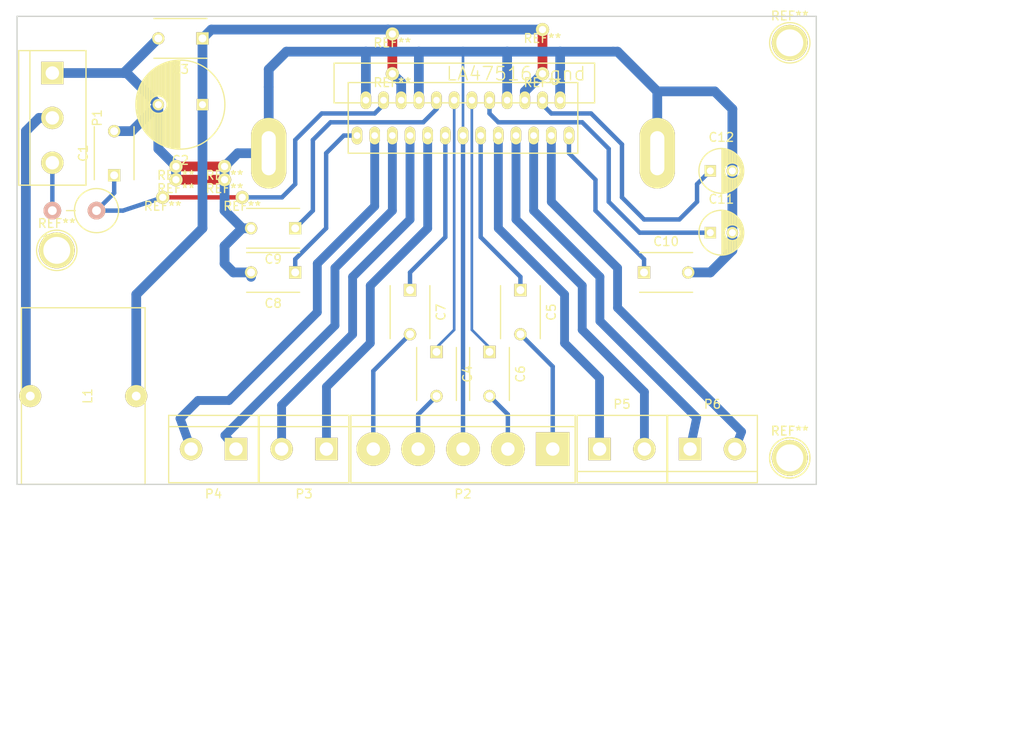
<source format=kicad_pcb>
(kicad_pcb (version 4) (host pcbnew 4.0.2-stable)

  (general
    (links 45)
    (no_connects 0)
    (area 14.795 15.875 134.571429 101.700001)
    (thickness 1.6)
    (drawings 8)
    (tracks 187)
    (zones 0)
    (modules 35)
    (nets 27)
  )

  (page A4)
  (layers
    (0 F.Cu signal)
    (31 B.Cu signal)
    (32 B.Adhes user)
    (33 F.Adhes user)
    (34 B.Paste user)
    (35 F.Paste user)
    (36 B.SilkS user)
    (37 F.SilkS user)
    (38 B.Mask user)
    (39 F.Mask user)
    (40 Dwgs.User user)
    (41 Cmts.User user)
    (42 Eco1.User user)
    (43 Eco2.User user)
    (44 Edge.Cuts user)
    (45 Margin user)
    (46 B.CrtYd user)
    (47 F.CrtYd user)
    (48 B.Fab user)
    (49 F.Fab user)
  )

  (setup
    (last_trace_width 0.5)
    (user_trace_width 0.25)
    (user_trace_width 0.3)
    (user_trace_width 0.5)
    (user_trace_width 1)
    (trace_clearance 0.2)
    (zone_clearance 0.508)
    (zone_45_only no)
    (trace_min 0.2)
    (segment_width 0.2)
    (edge_width 0.15)
    (via_size 0.9)
    (via_drill 0.8)
    (via_min_size 0.4)
    (via_min_drill 0.3)
    (uvia_size 0.3)
    (uvia_drill 0.1)
    (uvias_allowed no)
    (uvia_min_size 0.2)
    (uvia_min_drill 0.1)
    (pcb_text_width 0.3)
    (pcb_text_size 1.5 1.5)
    (mod_edge_width 0.15)
    (mod_text_size 1 1)
    (mod_text_width 0.15)
    (pad_size 1.524 1.524)
    (pad_drill 0.762)
    (pad_to_mask_clearance 0.2)
    (aux_axis_origin 0 0)
    (visible_elements 7FFFFFFF)
    (pcbplotparams
      (layerselection 0x00030_80000001)
      (usegerberextensions false)
      (excludeedgelayer false)
      (linewidth 0.100000)
      (plotframeref false)
      (viasonmask true)
      (mode 1)
      (useauxorigin false)
      (hpglpennumber 1)
      (hpglpenspeed 20)
      (hpglpendiameter 15)
      (hpglpenoverlay 2)
      (psnegative false)
      (psa4output false)
      (plotreference true)
      (plotvalue true)
      (plotinvisibletext false)
      (padsonsilk false)
      (subtractmaskfromsilk false)
      (outputformat 4)
      (mirror false)
      (drillshape 1)
      (scaleselection 1)
      (outputdirectory ""))
  )

  (net 0 "")
  (net 1 "Net-(C1-Pad1)")
  (net 2 GND)
  (net 3 +12V)
  (net 4 "Net-(C4-Pad1)")
  (net 5 /IN2)
  (net 6 "Net-(C5-Pad1)")
  (net 7 /IN3)
  (net 8 "Net-(C6-Pad1)")
  (net 9 /IN4)
  (net 10 "Net-(C7-Pad1)")
  (net 11 /IN1)
  (net 12 "Net-(C8-Pad1)")
  (net 13 "Net-(C9-Pad1)")
  (net 14 "Net-(C10-Pad1)")
  (net 15 "Net-(C11-Pad1)")
  (net 16 "Net-(C12-Pad1)")
  (net 17 /OUT4-)
  (net 18 /OUT4+)
  (net 19 /OUT3-)
  (net 20 /OUT3+)
  (net 21 /OUT1+)
  (net 22 /OUT1-)
  (net 23 /OUT2+)
  (net 24 /OUT2-)
  (net 25 "Net-(L1-Pad1)")
  (net 26 "Net-(P1-Pad3)")

  (net_class Default "Это класс цепей по умолчанию."
    (clearance 0.2)
    (trace_width 0.5)
    (via_dia 0.9)
    (via_drill 0.8)
    (uvia_dia 0.3)
    (uvia_drill 0.1)
    (add_net /IN1)
    (add_net /IN2)
    (add_net /IN3)
    (add_net /IN4)
    (add_net "Net-(C1-Pad1)")
    (add_net "Net-(C10-Pad1)")
    (add_net "Net-(C11-Pad1)")
    (add_net "Net-(C12-Pad1)")
    (add_net "Net-(C4-Pad1)")
    (add_net "Net-(C5-Pad1)")
    (add_net "Net-(C6-Pad1)")
    (add_net "Net-(C7-Pad1)")
    (add_net "Net-(C8-Pad1)")
    (add_net "Net-(C9-Pad1)")
    (add_net "Net-(P1-Pad3)")
  )

  (net_class out ""
    (clearance 0.2)
    (trace_width 1)
    (via_dia 0.9)
    (via_drill 0.8)
    (uvia_dia 0.3)
    (uvia_drill 0.1)
    (add_net /OUT1+)
    (add_net /OUT1-)
    (add_net /OUT2+)
    (add_net /OUT2-)
    (add_net /OUT3+)
    (add_net /OUT3-)
    (add_net /OUT4+)
    (add_net /OUT4-)
  )

  (net_class power ""
    (clearance 0.2)
    (trace_width 1.1)
    (via_dia 0.9)
    (via_drill 0.8)
    (uvia_dia 0.3)
    (uvia_drill 0.1)
    (add_net +12V)
    (add_net GND)
    (add_net "Net-(L1-Pad1)")
  )

  (net_class small ""
    (clearance 0.2)
    (trace_width 0.25)
    (via_dia 0.9)
    (via_drill 0.8)
    (uvia_dia 0.3)
    (uvia_drill 0.1)
  )

  (module HZIP25-P-1:HZIP25_2.0 (layer F.Cu) (tedit 57036AE0) (tstamp 5703A31C)
    (at 55.5 31.5)
    (tags HZIP25)
    (path /57041319)
    (attr virtual)
    (fp_text reference IC1 (at 6 -7) (layer F.Adhes)
      (effects (font (size 1.27 1.27) (thickness 0.0889)))
    )
    (fp_text value LA47516+gnd (at 18 -7) (layer F.SilkS)
      (effects (font (thickness 0.15)))
    )
    (fp_line (start -1 -6) (end -1 2) (layer F.SilkS) (width 0.15))
    (fp_line (start -1 2) (end 25 2) (layer F.SilkS) (width 0.15))
    (fp_line (start 25 2) (end 25 -6) (layer F.SilkS) (width 0.15))
    (fp_line (start 25 -6) (end -1 -6) (layer F.SilkS) (width 0.15))
    (fp_line (start -2.6 -8.2) (end 26.9 -8.2) (layer F.SilkS) (width 0.15))
    (fp_line (start 26.9 -8.2) (end 26.9 -3.7) (layer F.SilkS) (width 0.15))
    (fp_line (start 26.9 -3.7) (end -2.6 -3.7) (layer F.SilkS) (width 0.15))
    (fp_line (start -2.6 -3.7) (end -2.6 -8.2) (layer F.SilkS) (width 0.15))
    (pad GND2 thru_hole oval (at 34 2) (size 4 8) (drill oval 1.6 5) (layers *.Cu F.Paste F.SilkS F.Mask)
      (net 2 GND))
    (pad 24 thru_hole oval (at 23 -4) (size 1.2 2) (drill 0.762) (layers *.Cu F.Paste F.SilkS F.Mask)
      (net 2 GND))
    (pad 22 thru_hole oval (at 21 -4) (size 1.2 2) (drill 0.762) (layers *.Cu F.Paste F.SilkS F.Mask)
      (net 16 "Net-(C12-Pad1)"))
    (pad 20 thru_hole oval (at 19 -4) (size 1.2 2) (drill 0.762) (layers *.Cu F.Paste F.SilkS F.Mask)
      (net 3 +12V))
    (pad 18 thru_hole oval (at 17 -4) (size 1.2 2) (drill 0.762) (layers *.Cu F.Paste F.SilkS F.Mask)
      (net 2 GND))
    (pad 16 thru_hole oval (at 15 -4) (size 1.2 2) (drill 0.762) (layers *.Cu F.Paste F.SilkS F.Mask)
      (net 15 "Net-(C11-Pad1)"))
    (pad 14 thru_hole oval (at 13 -4) (size 1.2 2) (drill 0.762) (layers *.Cu F.Paste F.SilkS F.Mask)
      (net 8 "Net-(C6-Pad1)"))
    (pad 12 thru_hole oval (at 11 -4) (size 1.2 2) (drill 0.762) (layers *.Cu F.Paste F.SilkS F.Mask)
      (net 4 "Net-(C4-Pad1)"))
    (pad 10 thru_hole oval (at 9 -4) (size 1.2 2) (drill 0.762) (layers *.Cu F.Paste F.SilkS F.Mask)
      (net 13 "Net-(C9-Pad1)"))
    (pad 8 thru_hole oval (at 7 -4) (size 1.2 2) (drill 0.762) (layers *.Cu F.Paste F.SilkS F.Mask)
      (net 2 GND))
    (pad 6 thru_hole oval (at 5 -4) (size 1.2 2) (drill 0.762) (layers *.Cu F.Paste F.SilkS F.Mask)
      (net 3 +12V))
    (pad 25 thru_hole oval (at 24 0) (size 1.2 2) (drill 0.762) (layers *.Cu F.Paste F.SilkS F.Mask)
      (net 14 "Net-(C10-Pad1)"))
    (pad 23 thru_hole oval (at 22 0) (size 1.2 2) (drill 0.762) (layers *.Cu F.Paste F.SilkS F.Mask)
      (net 17 /OUT4-))
    (pad 21 thru_hole oval (at 20 0) (size 1.2 2) (drill 0.762) (layers *.Cu F.Paste F.SilkS F.Mask)
      (net 18 /OUT4+))
    (pad 19 thru_hole oval (at 18 0) (size 1.2 2) (drill 0.762) (layers *.Cu F.Paste F.SilkS F.Mask)
      (net 19 /OUT3-))
    (pad 17 thru_hole oval (at 16 0) (size 1.2 2) (drill 0.762) (layers *.Cu F.Paste F.SilkS F.Mask)
      (net 20 /OUT3+))
    (pad 15 thru_hole oval (at 14 0) (size 1.2 2) (drill 0.762) (layers *.Cu F.Paste F.SilkS F.Mask)
      (net 6 "Net-(C5-Pad1)"))
    (pad 13 thru_hole oval (at 12 0) (size 1.2 2) (drill 0.762) (layers *.Cu F.Paste F.SilkS F.Mask)
      (net 2 GND))
    (pad 11 thru_hole oval (at 10 0) (size 1.2 2) (drill 0.762) (layers *.Cu F.Paste F.SilkS F.Mask)
      (net 10 "Net-(C7-Pad1)"))
    (pad 9 thru_hole oval (at 8 0) (size 1.2 2) (drill 0.762) (layers *.Cu F.Paste F.SilkS F.Mask)
      (net 21 /OUT1+))
    (pad 7 thru_hole oval (at 6 0) (size 1.2 2) (drill 0.762) (layers *.Cu F.Paste F.SilkS F.Mask)
      (net 22 /OUT1-))
    (pad 4 thru_hole oval (at 3 -4) (size 1.2 2) (drill 0.762) (layers *.Cu F.Paste F.SilkS F.Mask)
      (net 1 "Net-(C1-Pad1)"))
    (pad 5 thru_hole oval (at 4 0) (size 1.2 2) (drill 0.762) (layers *.Cu F.Paste F.SilkS F.Mask)
      (net 23 /OUT2+))
    (pad 2 thru_hole oval (at 1 -4) (size 1.2 2) (drill 0.762) (layers *.Cu F.Paste F.SilkS F.Mask)
      (net 2 GND))
    (pad 3 thru_hole oval (at 2 0) (size 1.2 2) (drill 0.762) (layers *.Cu F.Paste F.SilkS F.Mask)
      (net 24 /OUT2-))
    (pad 1 thru_hole oval (at 0 0) (size 1.2 2) (drill 0.762) (layers *.Cu F.Paste F.SilkS F.Mask)
      (net 12 "Net-(C8-Pad1)"))
    (pad GND1 thru_hole oval (at -10 2) (size 4 8) (drill oval 1.6 5) (layers *.Cu *.Mask F.SilkS)
      (net 2 GND))
  )

  (module Capacitors_ThroughHole:C_Disc_D6_P5 (layer F.Cu) (tedit 0) (tstamp 5703A2B3)
    (at 28 36 90)
    (descr "Capacitor 6mm Disc, Pitch 5mm")
    (tags Capacitor)
    (path /5702AFD0)
    (fp_text reference C1 (at 2.5 -3.5 90) (layer F.SilkS)
      (effects (font (size 1 1) (thickness 0.15)))
    )
    (fp_text value 1uF (at 2.5 3.5 90) (layer F.Fab)
      (effects (font (size 1 1) (thickness 0.15)))
    )
    (fp_line (start -0.95 -2.5) (end 5.95 -2.5) (layer F.CrtYd) (width 0.05))
    (fp_line (start 5.95 -2.5) (end 5.95 2.5) (layer F.CrtYd) (width 0.05))
    (fp_line (start 5.95 2.5) (end -0.95 2.5) (layer F.CrtYd) (width 0.05))
    (fp_line (start -0.95 2.5) (end -0.95 -2.5) (layer F.CrtYd) (width 0.05))
    (fp_line (start -0.5 -2.25) (end 5.5 -2.25) (layer F.SilkS) (width 0.15))
    (fp_line (start 5.5 2.25) (end -0.5 2.25) (layer F.SilkS) (width 0.15))
    (pad 1 thru_hole rect (at 0 0 90) (size 1.4 1.4) (drill 0.9) (layers *.Cu *.Mask F.SilkS)
      (net 1 "Net-(C1-Pad1)"))
    (pad 2 thru_hole circle (at 5 0 90) (size 1.4 1.4) (drill 0.9) (layers *.Cu *.Mask F.SilkS)
      (net 2 GND))
    (model Capacitors_ThroughHole.3dshapes/C_Disc_D6_P5.wrl
      (at (xyz 0.0984252 0 0))
      (scale (xyz 1 1 1))
      (rotate (xyz 0 0 0))
    )
  )

  (module Capacitors_ThroughHole:C_Radial_D10_L25_P5 (layer F.Cu) (tedit 0) (tstamp 5703A2B9)
    (at 38 28 180)
    (descr "Radial Electrolytic Capacitor Diameter 10mm x Length 25mm, Pitch 5mm")
    (tags "Electrolytic Capacitor")
    (path /56FE677A)
    (fp_text reference C2 (at 2.5 -6.3 180) (layer F.SilkS)
      (effects (font (size 1 1) (thickness 0.15)))
    )
    (fp_text value 2200uF (at 2.5 6.3 180) (layer F.Fab)
      (effects (font (size 1 1) (thickness 0.15)))
    )
    (fp_line (start 2.575 -4.999) (end 2.575 4.999) (layer F.SilkS) (width 0.15))
    (fp_line (start 2.715 -4.995) (end 2.715 4.995) (layer F.SilkS) (width 0.15))
    (fp_line (start 2.855 -4.987) (end 2.855 4.987) (layer F.SilkS) (width 0.15))
    (fp_line (start 2.995 -4.975) (end 2.995 4.975) (layer F.SilkS) (width 0.15))
    (fp_line (start 3.135 -4.96) (end 3.135 4.96) (layer F.SilkS) (width 0.15))
    (fp_line (start 3.275 -4.94) (end 3.275 4.94) (layer F.SilkS) (width 0.15))
    (fp_line (start 3.415 -4.916) (end 3.415 4.916) (layer F.SilkS) (width 0.15))
    (fp_line (start 3.555 -4.887) (end 3.555 4.887) (layer F.SilkS) (width 0.15))
    (fp_line (start 3.695 -4.855) (end 3.695 4.855) (layer F.SilkS) (width 0.15))
    (fp_line (start 3.835 -4.818) (end 3.835 4.818) (layer F.SilkS) (width 0.15))
    (fp_line (start 3.975 -4.777) (end 3.975 4.777) (layer F.SilkS) (width 0.15))
    (fp_line (start 4.115 -4.732) (end 4.115 -0.466) (layer F.SilkS) (width 0.15))
    (fp_line (start 4.115 0.466) (end 4.115 4.732) (layer F.SilkS) (width 0.15))
    (fp_line (start 4.255 -4.682) (end 4.255 -0.667) (layer F.SilkS) (width 0.15))
    (fp_line (start 4.255 0.667) (end 4.255 4.682) (layer F.SilkS) (width 0.15))
    (fp_line (start 4.395 -4.627) (end 4.395 -0.796) (layer F.SilkS) (width 0.15))
    (fp_line (start 4.395 0.796) (end 4.395 4.627) (layer F.SilkS) (width 0.15))
    (fp_line (start 4.535 -4.567) (end 4.535 -0.885) (layer F.SilkS) (width 0.15))
    (fp_line (start 4.535 0.885) (end 4.535 4.567) (layer F.SilkS) (width 0.15))
    (fp_line (start 4.675 -4.502) (end 4.675 -0.946) (layer F.SilkS) (width 0.15))
    (fp_line (start 4.675 0.946) (end 4.675 4.502) (layer F.SilkS) (width 0.15))
    (fp_line (start 4.815 -4.432) (end 4.815 -0.983) (layer F.SilkS) (width 0.15))
    (fp_line (start 4.815 0.983) (end 4.815 4.432) (layer F.SilkS) (width 0.15))
    (fp_line (start 4.955 -4.356) (end 4.955 -0.999) (layer F.SilkS) (width 0.15))
    (fp_line (start 4.955 0.999) (end 4.955 4.356) (layer F.SilkS) (width 0.15))
    (fp_line (start 5.095 -4.274) (end 5.095 -0.995) (layer F.SilkS) (width 0.15))
    (fp_line (start 5.095 0.995) (end 5.095 4.274) (layer F.SilkS) (width 0.15))
    (fp_line (start 5.235 -4.186) (end 5.235 -0.972) (layer F.SilkS) (width 0.15))
    (fp_line (start 5.235 0.972) (end 5.235 4.186) (layer F.SilkS) (width 0.15))
    (fp_line (start 5.375 -4.091) (end 5.375 -0.927) (layer F.SilkS) (width 0.15))
    (fp_line (start 5.375 0.927) (end 5.375 4.091) (layer F.SilkS) (width 0.15))
    (fp_line (start 5.515 -3.989) (end 5.515 -0.857) (layer F.SilkS) (width 0.15))
    (fp_line (start 5.515 0.857) (end 5.515 3.989) (layer F.SilkS) (width 0.15))
    (fp_line (start 5.655 -3.879) (end 5.655 -0.756) (layer F.SilkS) (width 0.15))
    (fp_line (start 5.655 0.756) (end 5.655 3.879) (layer F.SilkS) (width 0.15))
    (fp_line (start 5.795 -3.761) (end 5.795 -0.607) (layer F.SilkS) (width 0.15))
    (fp_line (start 5.795 0.607) (end 5.795 3.761) (layer F.SilkS) (width 0.15))
    (fp_line (start 5.935 -3.633) (end 5.935 -0.355) (layer F.SilkS) (width 0.15))
    (fp_line (start 5.935 0.355) (end 5.935 3.633) (layer F.SilkS) (width 0.15))
    (fp_line (start 6.075 -3.496) (end 6.075 3.496) (layer F.SilkS) (width 0.15))
    (fp_line (start 6.215 -3.346) (end 6.215 3.346) (layer F.SilkS) (width 0.15))
    (fp_line (start 6.355 -3.184) (end 6.355 3.184) (layer F.SilkS) (width 0.15))
    (fp_line (start 6.495 -3.007) (end 6.495 3.007) (layer F.SilkS) (width 0.15))
    (fp_line (start 6.635 -2.811) (end 6.635 2.811) (layer F.SilkS) (width 0.15))
    (fp_line (start 6.775 -2.593) (end 6.775 2.593) (layer F.SilkS) (width 0.15))
    (fp_line (start 6.915 -2.347) (end 6.915 2.347) (layer F.SilkS) (width 0.15))
    (fp_line (start 7.055 -2.062) (end 7.055 2.062) (layer F.SilkS) (width 0.15))
    (fp_line (start 7.195 -1.72) (end 7.195 1.72) (layer F.SilkS) (width 0.15))
    (fp_line (start 7.335 -1.274) (end 7.335 1.274) (layer F.SilkS) (width 0.15))
    (fp_line (start 7.475 -0.499) (end 7.475 0.499) (layer F.SilkS) (width 0.15))
    (fp_circle (center 5 0) (end 5 -1) (layer F.SilkS) (width 0.15))
    (fp_circle (center 2.5 0) (end 2.5 -5.0375) (layer F.SilkS) (width 0.15))
    (fp_circle (center 2.5 0) (end 2.5 -5.3) (layer F.CrtYd) (width 0.05))
    (pad 1 thru_hole rect (at 0 0 180) (size 1.3 1.3) (drill 0.8) (layers *.Cu *.Mask F.SilkS)
      (net 3 +12V))
    (pad 2 thru_hole circle (at 5 0 180) (size 1.3 1.3) (drill 0.8) (layers *.Cu *.Mask F.SilkS)
      (net 2 GND))
    (model Capacitors_ThroughHole.3dshapes/C_Radial_D10_L25_P5.wrl
      (at (xyz 0.0984252 0 0))
      (scale (xyz 1 1 1))
      (rotate (xyz 0 0 90))
    )
  )

  (module Capacitors_ThroughHole:C_Disc_D6_P5 (layer F.Cu) (tedit 0) (tstamp 5703A2BF)
    (at 38 20.5 180)
    (descr "Capacitor 6mm Disc, Pitch 5mm")
    (tags Capacitor)
    (path /56FE70AD)
    (fp_text reference C3 (at 2.5 -3.5 180) (layer F.SilkS)
      (effects (font (size 1 1) (thickness 0.15)))
    )
    (fp_text value 0.022uF (at 2.5 3.5 180) (layer F.Fab)
      (effects (font (size 1 1) (thickness 0.15)))
    )
    (fp_line (start -0.95 -2.5) (end 5.95 -2.5) (layer F.CrtYd) (width 0.05))
    (fp_line (start 5.95 -2.5) (end 5.95 2.5) (layer F.CrtYd) (width 0.05))
    (fp_line (start 5.95 2.5) (end -0.95 2.5) (layer F.CrtYd) (width 0.05))
    (fp_line (start -0.95 2.5) (end -0.95 -2.5) (layer F.CrtYd) (width 0.05))
    (fp_line (start -0.5 -2.25) (end 5.5 -2.25) (layer F.SilkS) (width 0.15))
    (fp_line (start 5.5 2.25) (end -0.5 2.25) (layer F.SilkS) (width 0.15))
    (pad 1 thru_hole rect (at 0 0 180) (size 1.4 1.4) (drill 0.9) (layers *.Cu *.Mask F.SilkS)
      (net 3 +12V))
    (pad 2 thru_hole circle (at 5 0 180) (size 1.4 1.4) (drill 0.9) (layers *.Cu *.Mask F.SilkS)
      (net 2 GND))
    (model Capacitors_ThroughHole.3dshapes/C_Disc_D6_P5.wrl
      (at (xyz 0.0984252 0 0))
      (scale (xyz 1 1 1))
      (rotate (xyz 0 0 0))
    )
  )

  (module Capacitors_ThroughHole:C_Disc_D6_P5 (layer F.Cu) (tedit 0) (tstamp 5703A2C5)
    (at 64.5 56 270)
    (descr "Capacitor 6mm Disc, Pitch 5mm")
    (tags Capacitor)
    (path /56FE7E4C)
    (fp_text reference C4 (at 2.5 -3.5 270) (layer F.SilkS)
      (effects (font (size 1 1) (thickness 0.15)))
    )
    (fp_text value 0.22uF (at 2.5 3.5 270) (layer F.Fab)
      (effects (font (size 1 1) (thickness 0.15)))
    )
    (fp_line (start -0.95 -2.5) (end 5.95 -2.5) (layer F.CrtYd) (width 0.05))
    (fp_line (start 5.95 -2.5) (end 5.95 2.5) (layer F.CrtYd) (width 0.05))
    (fp_line (start 5.95 2.5) (end -0.95 2.5) (layer F.CrtYd) (width 0.05))
    (fp_line (start -0.95 2.5) (end -0.95 -2.5) (layer F.CrtYd) (width 0.05))
    (fp_line (start -0.5 -2.25) (end 5.5 -2.25) (layer F.SilkS) (width 0.15))
    (fp_line (start 5.5 2.25) (end -0.5 2.25) (layer F.SilkS) (width 0.15))
    (pad 1 thru_hole rect (at 0 0 270) (size 1.4 1.4) (drill 0.9) (layers *.Cu *.Mask F.SilkS)
      (net 4 "Net-(C4-Pad1)"))
    (pad 2 thru_hole circle (at 5 0 270) (size 1.4 1.4) (drill 0.9) (layers *.Cu *.Mask F.SilkS)
      (net 5 /IN2))
    (model Capacitors_ThroughHole.3dshapes/C_Disc_D6_P5.wrl
      (at (xyz 0.0984252 0 0))
      (scale (xyz 1 1 1))
      (rotate (xyz 0 0 0))
    )
  )

  (module Capacitors_ThroughHole:C_Disc_D6_P5 (layer F.Cu) (tedit 0) (tstamp 5703A2CB)
    (at 74 49 270)
    (descr "Capacitor 6mm Disc, Pitch 5mm")
    (tags Capacitor)
    (path /56FE820B)
    (fp_text reference C5 (at 2.5 -3.5 270) (layer F.SilkS)
      (effects (font (size 1 1) (thickness 0.15)))
    )
    (fp_text value 0.22uF (at 2.5 3.5 270) (layer F.Fab)
      (effects (font (size 1 1) (thickness 0.15)))
    )
    (fp_line (start -0.95 -2.5) (end 5.95 -2.5) (layer F.CrtYd) (width 0.05))
    (fp_line (start 5.95 -2.5) (end 5.95 2.5) (layer F.CrtYd) (width 0.05))
    (fp_line (start 5.95 2.5) (end -0.95 2.5) (layer F.CrtYd) (width 0.05))
    (fp_line (start -0.95 2.5) (end -0.95 -2.5) (layer F.CrtYd) (width 0.05))
    (fp_line (start -0.5 -2.25) (end 5.5 -2.25) (layer F.SilkS) (width 0.15))
    (fp_line (start 5.5 2.25) (end -0.5 2.25) (layer F.SilkS) (width 0.15))
    (pad 1 thru_hole rect (at 0 0 270) (size 1.4 1.4) (drill 0.9) (layers *.Cu *.Mask F.SilkS)
      (net 6 "Net-(C5-Pad1)"))
    (pad 2 thru_hole circle (at 5 0 270) (size 1.4 1.4) (drill 0.9) (layers *.Cu *.Mask F.SilkS)
      (net 7 /IN3))
    (model Capacitors_ThroughHole.3dshapes/C_Disc_D6_P5.wrl
      (at (xyz 0.0984252 0 0))
      (scale (xyz 1 1 1))
      (rotate (xyz 0 0 0))
    )
  )

  (module Capacitors_ThroughHole:C_Disc_D6_P5 (layer F.Cu) (tedit 0) (tstamp 5703A2D1)
    (at 70.5 56 270)
    (descr "Capacitor 6mm Disc, Pitch 5mm")
    (tags Capacitor)
    (path /56FE874C)
    (fp_text reference C6 (at 2.5 -3.5 270) (layer F.SilkS)
      (effects (font (size 1 1) (thickness 0.15)))
    )
    (fp_text value 0.22uF (at 2.5 3.5 270) (layer F.Fab)
      (effects (font (size 1 1) (thickness 0.15)))
    )
    (fp_line (start -0.95 -2.5) (end 5.95 -2.5) (layer F.CrtYd) (width 0.05))
    (fp_line (start 5.95 -2.5) (end 5.95 2.5) (layer F.CrtYd) (width 0.05))
    (fp_line (start 5.95 2.5) (end -0.95 2.5) (layer F.CrtYd) (width 0.05))
    (fp_line (start -0.95 2.5) (end -0.95 -2.5) (layer F.CrtYd) (width 0.05))
    (fp_line (start -0.5 -2.25) (end 5.5 -2.25) (layer F.SilkS) (width 0.15))
    (fp_line (start 5.5 2.25) (end -0.5 2.25) (layer F.SilkS) (width 0.15))
    (pad 1 thru_hole rect (at 0 0 270) (size 1.4 1.4) (drill 0.9) (layers *.Cu *.Mask F.SilkS)
      (net 8 "Net-(C6-Pad1)"))
    (pad 2 thru_hole circle (at 5 0 270) (size 1.4 1.4) (drill 0.9) (layers *.Cu *.Mask F.SilkS)
      (net 9 /IN4))
    (model Capacitors_ThroughHole.3dshapes/C_Disc_D6_P5.wrl
      (at (xyz 0.0984252 0 0))
      (scale (xyz 1 1 1))
      (rotate (xyz 0 0 0))
    )
  )

  (module Capacitors_ThroughHole:C_Disc_D6_P5 (layer F.Cu) (tedit 0) (tstamp 5703A2D7)
    (at 61.5 49 270)
    (descr "Capacitor 6mm Disc, Pitch 5mm")
    (tags Capacitor)
    (path /56FE7C28)
    (fp_text reference C7 (at 2.5 -3.5 270) (layer F.SilkS)
      (effects (font (size 1 1) (thickness 0.15)))
    )
    (fp_text value 0.22uF (at 2.5 3.5 270) (layer F.Fab)
      (effects (font (size 1 1) (thickness 0.15)))
    )
    (fp_line (start -0.95 -2.5) (end 5.95 -2.5) (layer F.CrtYd) (width 0.05))
    (fp_line (start 5.95 -2.5) (end 5.95 2.5) (layer F.CrtYd) (width 0.05))
    (fp_line (start 5.95 2.5) (end -0.95 2.5) (layer F.CrtYd) (width 0.05))
    (fp_line (start -0.95 2.5) (end -0.95 -2.5) (layer F.CrtYd) (width 0.05))
    (fp_line (start -0.5 -2.25) (end 5.5 -2.25) (layer F.SilkS) (width 0.15))
    (fp_line (start 5.5 2.25) (end -0.5 2.25) (layer F.SilkS) (width 0.15))
    (pad 1 thru_hole rect (at 0 0 270) (size 1.4 1.4) (drill 0.9) (layers *.Cu *.Mask F.SilkS)
      (net 10 "Net-(C7-Pad1)"))
    (pad 2 thru_hole circle (at 5 0 270) (size 1.4 1.4) (drill 0.9) (layers *.Cu *.Mask F.SilkS)
      (net 11 /IN1))
    (model Capacitors_ThroughHole.3dshapes/C_Disc_D6_P5.wrl
      (at (xyz 0.0984252 0 0))
      (scale (xyz 1 1 1))
      (rotate (xyz 0 0 0))
    )
  )

  (module Capacitors_ThroughHole:C_Disc_D6_P5 (layer F.Cu) (tedit 0) (tstamp 5703A2DD)
    (at 48.5 47 180)
    (descr "Capacitor 6mm Disc, Pitch 5mm")
    (tags Capacitor)
    (path /56FE7C4B)
    (fp_text reference C8 (at 2.5 -3.5 180) (layer F.SilkS)
      (effects (font (size 1 1) (thickness 0.15)))
    )
    (fp_text value 0.47uF (at 2.5 3.5 180) (layer F.Fab)
      (effects (font (size 1 1) (thickness 0.15)))
    )
    (fp_line (start -0.95 -2.5) (end 5.95 -2.5) (layer F.CrtYd) (width 0.05))
    (fp_line (start 5.95 -2.5) (end 5.95 2.5) (layer F.CrtYd) (width 0.05))
    (fp_line (start 5.95 2.5) (end -0.95 2.5) (layer F.CrtYd) (width 0.05))
    (fp_line (start -0.95 2.5) (end -0.95 -2.5) (layer F.CrtYd) (width 0.05))
    (fp_line (start -0.5 -2.25) (end 5.5 -2.25) (layer F.SilkS) (width 0.15))
    (fp_line (start 5.5 2.25) (end -0.5 2.25) (layer F.SilkS) (width 0.15))
    (pad 1 thru_hole rect (at 0 0 180) (size 1.4 1.4) (drill 0.9) (layers *.Cu *.Mask F.SilkS)
      (net 12 "Net-(C8-Pad1)"))
    (pad 2 thru_hole circle (at 5 0 180) (size 1.4 1.4) (drill 0.9) (layers *.Cu *.Mask F.SilkS)
      (net 2 GND))
    (model Capacitors_ThroughHole.3dshapes/C_Disc_D6_P5.wrl
      (at (xyz 0.0984252 0 0))
      (scale (xyz 1 1 1))
      (rotate (xyz 0 0 0))
    )
  )

  (module Capacitors_ThroughHole:C_Disc_D6_P5 (layer F.Cu) (tedit 0) (tstamp 5703A2E3)
    (at 48.5 42 180)
    (descr "Capacitor 6mm Disc, Pitch 5mm")
    (tags Capacitor)
    (path /56FE7F8C)
    (fp_text reference C9 (at 2.5 -3.5 180) (layer F.SilkS)
      (effects (font (size 1 1) (thickness 0.15)))
    )
    (fp_text value 0.47uF (at 2.5 3.5 180) (layer F.Fab)
      (effects (font (size 1 1) (thickness 0.15)))
    )
    (fp_line (start -0.95 -2.5) (end 5.95 -2.5) (layer F.CrtYd) (width 0.05))
    (fp_line (start 5.95 -2.5) (end 5.95 2.5) (layer F.CrtYd) (width 0.05))
    (fp_line (start 5.95 2.5) (end -0.95 2.5) (layer F.CrtYd) (width 0.05))
    (fp_line (start -0.95 2.5) (end -0.95 -2.5) (layer F.CrtYd) (width 0.05))
    (fp_line (start -0.5 -2.25) (end 5.5 -2.25) (layer F.SilkS) (width 0.15))
    (fp_line (start 5.5 2.25) (end -0.5 2.25) (layer F.SilkS) (width 0.15))
    (pad 1 thru_hole rect (at 0 0 180) (size 1.4 1.4) (drill 0.9) (layers *.Cu *.Mask F.SilkS)
      (net 13 "Net-(C9-Pad1)"))
    (pad 2 thru_hole circle (at 5 0 180) (size 1.4 1.4) (drill 0.9) (layers *.Cu *.Mask F.SilkS)
      (net 2 GND))
    (model Capacitors_ThroughHole.3dshapes/C_Disc_D6_P5.wrl
      (at (xyz 0.0984252 0 0))
      (scale (xyz 1 1 1))
      (rotate (xyz 0 0 0))
    )
  )

  (module Capacitors_ThroughHole:C_Disc_D6_P5 (layer F.Cu) (tedit 0) (tstamp 5703A2E9)
    (at 88 47)
    (descr "Capacitor 6mm Disc, Pitch 5mm")
    (tags Capacitor)
    (path /56FE8454)
    (fp_text reference C10 (at 2.5 -3.5) (layer F.SilkS)
      (effects (font (size 1 1) (thickness 0.15)))
    )
    (fp_text value 0.47uF (at 2.5 3.5) (layer F.Fab)
      (effects (font (size 1 1) (thickness 0.15)))
    )
    (fp_line (start -0.95 -2.5) (end 5.95 -2.5) (layer F.CrtYd) (width 0.05))
    (fp_line (start 5.95 -2.5) (end 5.95 2.5) (layer F.CrtYd) (width 0.05))
    (fp_line (start 5.95 2.5) (end -0.95 2.5) (layer F.CrtYd) (width 0.05))
    (fp_line (start -0.95 2.5) (end -0.95 -2.5) (layer F.CrtYd) (width 0.05))
    (fp_line (start -0.5 -2.25) (end 5.5 -2.25) (layer F.SilkS) (width 0.15))
    (fp_line (start 5.5 2.25) (end -0.5 2.25) (layer F.SilkS) (width 0.15))
    (pad 1 thru_hole rect (at 0 0) (size 1.4 1.4) (drill 0.9) (layers *.Cu *.Mask F.SilkS)
      (net 14 "Net-(C10-Pad1)"))
    (pad 2 thru_hole circle (at 5 0) (size 1.4 1.4) (drill 0.9) (layers *.Cu *.Mask F.SilkS)
      (net 2 GND))
    (model Capacitors_ThroughHole.3dshapes/C_Disc_D6_P5.wrl
      (at (xyz 0.0984252 0 0))
      (scale (xyz 1 1 1))
      (rotate (xyz 0 0 0))
    )
  )

  (module Capacitors_ThroughHole:C_Radial_D5_L6_P2.5 (layer F.Cu) (tedit 0) (tstamp 5703A2EF)
    (at 95.5 42.5)
    (descr "Radial Electrolytic Capacitor Diameter 5mm x Length 6mm, Pitch 2.5mm")
    (tags "Electrolytic Capacitor")
    (path /56FE885D)
    (fp_text reference C11 (at 1.25 -3.8) (layer F.SilkS)
      (effects (font (size 1 1) (thickness 0.15)))
    )
    (fp_text value 22uF (at 1.25 3.8) (layer F.Fab)
      (effects (font (size 1 1) (thickness 0.15)))
    )
    (fp_line (start 1.325 -2.499) (end 1.325 2.499) (layer F.SilkS) (width 0.15))
    (fp_line (start 1.465 -2.491) (end 1.465 2.491) (layer F.SilkS) (width 0.15))
    (fp_line (start 1.605 -2.475) (end 1.605 -0.095) (layer F.SilkS) (width 0.15))
    (fp_line (start 1.605 0.095) (end 1.605 2.475) (layer F.SilkS) (width 0.15))
    (fp_line (start 1.745 -2.451) (end 1.745 -0.49) (layer F.SilkS) (width 0.15))
    (fp_line (start 1.745 0.49) (end 1.745 2.451) (layer F.SilkS) (width 0.15))
    (fp_line (start 1.885 -2.418) (end 1.885 -0.657) (layer F.SilkS) (width 0.15))
    (fp_line (start 1.885 0.657) (end 1.885 2.418) (layer F.SilkS) (width 0.15))
    (fp_line (start 2.025 -2.377) (end 2.025 -0.764) (layer F.SilkS) (width 0.15))
    (fp_line (start 2.025 0.764) (end 2.025 2.377) (layer F.SilkS) (width 0.15))
    (fp_line (start 2.165 -2.327) (end 2.165 -0.835) (layer F.SilkS) (width 0.15))
    (fp_line (start 2.165 0.835) (end 2.165 2.327) (layer F.SilkS) (width 0.15))
    (fp_line (start 2.305 -2.266) (end 2.305 -0.879) (layer F.SilkS) (width 0.15))
    (fp_line (start 2.305 0.879) (end 2.305 2.266) (layer F.SilkS) (width 0.15))
    (fp_line (start 2.445 -2.196) (end 2.445 -0.898) (layer F.SilkS) (width 0.15))
    (fp_line (start 2.445 0.898) (end 2.445 2.196) (layer F.SilkS) (width 0.15))
    (fp_line (start 2.585 -2.114) (end 2.585 -0.896) (layer F.SilkS) (width 0.15))
    (fp_line (start 2.585 0.896) (end 2.585 2.114) (layer F.SilkS) (width 0.15))
    (fp_line (start 2.725 -2.019) (end 2.725 -0.871) (layer F.SilkS) (width 0.15))
    (fp_line (start 2.725 0.871) (end 2.725 2.019) (layer F.SilkS) (width 0.15))
    (fp_line (start 2.865 -1.908) (end 2.865 -0.823) (layer F.SilkS) (width 0.15))
    (fp_line (start 2.865 0.823) (end 2.865 1.908) (layer F.SilkS) (width 0.15))
    (fp_line (start 3.005 -1.78) (end 3.005 -0.745) (layer F.SilkS) (width 0.15))
    (fp_line (start 3.005 0.745) (end 3.005 1.78) (layer F.SilkS) (width 0.15))
    (fp_line (start 3.145 -1.631) (end 3.145 -0.628) (layer F.SilkS) (width 0.15))
    (fp_line (start 3.145 0.628) (end 3.145 1.631) (layer F.SilkS) (width 0.15))
    (fp_line (start 3.285 -1.452) (end 3.285 -0.44) (layer F.SilkS) (width 0.15))
    (fp_line (start 3.285 0.44) (end 3.285 1.452) (layer F.SilkS) (width 0.15))
    (fp_line (start 3.425 -1.233) (end 3.425 1.233) (layer F.SilkS) (width 0.15))
    (fp_line (start 3.565 -0.944) (end 3.565 0.944) (layer F.SilkS) (width 0.15))
    (fp_line (start 3.705 -0.472) (end 3.705 0.472) (layer F.SilkS) (width 0.15))
    (fp_circle (center 2.5 0) (end 2.5 -0.9) (layer F.SilkS) (width 0.15))
    (fp_circle (center 1.25 0) (end 1.25 -2.5375) (layer F.SilkS) (width 0.15))
    (fp_circle (center 1.25 0) (end 1.25 -2.8) (layer F.CrtYd) (width 0.05))
    (pad 1 thru_hole rect (at 0 0) (size 1.3 1.3) (drill 0.8) (layers *.Cu *.Mask F.SilkS)
      (net 15 "Net-(C11-Pad1)"))
    (pad 2 thru_hole circle (at 2.5 0) (size 1.3 1.3) (drill 0.8) (layers *.Cu *.Mask F.SilkS)
      (net 2 GND))
    (model Capacitors_ThroughHole.3dshapes/C_Radial_D5_L6_P2.5.wrl
      (at (xyz 0.0492126 0 0))
      (scale (xyz 1 1 1))
      (rotate (xyz 0 0 90))
    )
  )

  (module Capacitors_ThroughHole:C_Radial_D5_L6_P2.5 (layer F.Cu) (tedit 0) (tstamp 5703A2F5)
    (at 95.5 35.5)
    (descr "Radial Electrolytic Capacitor Diameter 5mm x Length 6mm, Pitch 2.5mm")
    (tags "Electrolytic Capacitor")
    (path /56FEA9E7)
    (fp_text reference C12 (at 1.25 -3.8) (layer F.SilkS)
      (effects (font (size 1 1) (thickness 0.15)))
    )
    (fp_text value 3.3uF (at 1.25 3.8) (layer F.Fab)
      (effects (font (size 1 1) (thickness 0.15)))
    )
    (fp_line (start 1.325 -2.499) (end 1.325 2.499) (layer F.SilkS) (width 0.15))
    (fp_line (start 1.465 -2.491) (end 1.465 2.491) (layer F.SilkS) (width 0.15))
    (fp_line (start 1.605 -2.475) (end 1.605 -0.095) (layer F.SilkS) (width 0.15))
    (fp_line (start 1.605 0.095) (end 1.605 2.475) (layer F.SilkS) (width 0.15))
    (fp_line (start 1.745 -2.451) (end 1.745 -0.49) (layer F.SilkS) (width 0.15))
    (fp_line (start 1.745 0.49) (end 1.745 2.451) (layer F.SilkS) (width 0.15))
    (fp_line (start 1.885 -2.418) (end 1.885 -0.657) (layer F.SilkS) (width 0.15))
    (fp_line (start 1.885 0.657) (end 1.885 2.418) (layer F.SilkS) (width 0.15))
    (fp_line (start 2.025 -2.377) (end 2.025 -0.764) (layer F.SilkS) (width 0.15))
    (fp_line (start 2.025 0.764) (end 2.025 2.377) (layer F.SilkS) (width 0.15))
    (fp_line (start 2.165 -2.327) (end 2.165 -0.835) (layer F.SilkS) (width 0.15))
    (fp_line (start 2.165 0.835) (end 2.165 2.327) (layer F.SilkS) (width 0.15))
    (fp_line (start 2.305 -2.266) (end 2.305 -0.879) (layer F.SilkS) (width 0.15))
    (fp_line (start 2.305 0.879) (end 2.305 2.266) (layer F.SilkS) (width 0.15))
    (fp_line (start 2.445 -2.196) (end 2.445 -0.898) (layer F.SilkS) (width 0.15))
    (fp_line (start 2.445 0.898) (end 2.445 2.196) (layer F.SilkS) (width 0.15))
    (fp_line (start 2.585 -2.114) (end 2.585 -0.896) (layer F.SilkS) (width 0.15))
    (fp_line (start 2.585 0.896) (end 2.585 2.114) (layer F.SilkS) (width 0.15))
    (fp_line (start 2.725 -2.019) (end 2.725 -0.871) (layer F.SilkS) (width 0.15))
    (fp_line (start 2.725 0.871) (end 2.725 2.019) (layer F.SilkS) (width 0.15))
    (fp_line (start 2.865 -1.908) (end 2.865 -0.823) (layer F.SilkS) (width 0.15))
    (fp_line (start 2.865 0.823) (end 2.865 1.908) (layer F.SilkS) (width 0.15))
    (fp_line (start 3.005 -1.78) (end 3.005 -0.745) (layer F.SilkS) (width 0.15))
    (fp_line (start 3.005 0.745) (end 3.005 1.78) (layer F.SilkS) (width 0.15))
    (fp_line (start 3.145 -1.631) (end 3.145 -0.628) (layer F.SilkS) (width 0.15))
    (fp_line (start 3.145 0.628) (end 3.145 1.631) (layer F.SilkS) (width 0.15))
    (fp_line (start 3.285 -1.452) (end 3.285 -0.44) (layer F.SilkS) (width 0.15))
    (fp_line (start 3.285 0.44) (end 3.285 1.452) (layer F.SilkS) (width 0.15))
    (fp_line (start 3.425 -1.233) (end 3.425 1.233) (layer F.SilkS) (width 0.15))
    (fp_line (start 3.565 -0.944) (end 3.565 0.944) (layer F.SilkS) (width 0.15))
    (fp_line (start 3.705 -0.472) (end 3.705 0.472) (layer F.SilkS) (width 0.15))
    (fp_circle (center 2.5 0) (end 2.5 -0.9) (layer F.SilkS) (width 0.15))
    (fp_circle (center 1.25 0) (end 1.25 -2.5375) (layer F.SilkS) (width 0.15))
    (fp_circle (center 1.25 0) (end 1.25 -2.8) (layer F.CrtYd) (width 0.05))
    (pad 1 thru_hole rect (at 0 0) (size 1.3 1.3) (drill 0.8) (layers *.Cu *.Mask F.SilkS)
      (net 16 "Net-(C12-Pad1)"))
    (pad 2 thru_hole circle (at 2.5 0) (size 1.3 1.3) (drill 0.8) (layers *.Cu *.Mask F.SilkS)
      (net 2 GND))
    (model Capacitors_ThroughHole.3dshapes/C_Radial_D5_L6_P2.5.wrl
      (at (xyz 0.0492126 0 0))
      (scale (xyz 1 1 1))
      (rotate (xyz 0 0 90))
    )
  )

  (module HZIP25-P-1:Inducror (layer F.Cu) (tedit 56FED593) (tstamp 5703A326)
    (at 24.5 61 90)
    (path /56FE6F8E)
    (fp_text reference L1 (at 0 0.5 90) (layer F.SilkS)
      (effects (font (size 1 1) (thickness 0.15)))
    )
    (fp_text value INDUCTOR (at 0 -0.5 90) (layer F.Fab)
      (effects (font (size 1 1) (thickness 0.15)))
    )
    (fp_line (start -10 -7) (end 10 -7) (layer F.SilkS) (width 0.15))
    (fp_line (start 10 -7) (end 10 7) (layer F.SilkS) (width 0.15))
    (fp_line (start 10 7) (end -10 7) (layer F.SilkS) (width 0.15))
    (fp_line (start -10 7) (end -10 -7) (layer F.SilkS) (width 0.15))
    (pad 2 thru_hole circle (at 0 6 90) (size 2.5 2.5) (drill 1) (layers *.Cu *.Mask F.SilkS)
      (net 3 +12V))
    (pad 1 thru_hole circle (at 0 -6 90) (size 2.5 2.5) (drill 1) (layers *.Cu *.Mask F.SilkS)
      (net 25 "Net-(L1-Pad1)"))
  )

  (module Connect:bornier3 (layer F.Cu) (tedit 0) (tstamp 5703A32D)
    (at 21 29.5 270)
    (descr "Bornier d'alimentation 3 pins")
    (tags DEV)
    (path /570382BA)
    (fp_text reference P1 (at 0 -5.08 270) (layer F.SilkS)
      (effects (font (size 1 1) (thickness 0.15)))
    )
    (fp_text value POWER (at 0 5.08 270) (layer F.Fab)
      (effects (font (size 1 1) (thickness 0.15)))
    )
    (fp_line (start -7.62 3.81) (end -7.62 -3.81) (layer F.SilkS) (width 0.15))
    (fp_line (start 7.62 3.81) (end 7.62 -3.81) (layer F.SilkS) (width 0.15))
    (fp_line (start -7.62 2.54) (end 7.62 2.54) (layer F.SilkS) (width 0.15))
    (fp_line (start -7.62 -3.81) (end 7.62 -3.81) (layer F.SilkS) (width 0.15))
    (fp_line (start -7.62 3.81) (end 7.62 3.81) (layer F.SilkS) (width 0.15))
    (pad 1 thru_hole rect (at -5.08 0 270) (size 2.54 2.54) (drill 1.524) (layers *.Cu *.Mask F.SilkS)
      (net 2 GND))
    (pad 2 thru_hole circle (at 0 0 270) (size 2.54 2.54) (drill 1.524) (layers *.Cu *.Mask F.SilkS)
      (net 25 "Net-(L1-Pad1)"))
    (pad 3 thru_hole circle (at 5.08 0 270) (size 2.54 2.54) (drill 1.524) (layers *.Cu *.Mask F.SilkS)
      (net 26 "Net-(P1-Pad3)"))
    (model Connect.3dshapes/bornier3.wrl
      (at (xyz 0 0 0))
      (scale (xyz 1 1 1))
      (rotate (xyz 0 0 0))
    )
  )

  (module Connect:bornier5 (layer F.Cu) (tedit 0) (tstamp 5703A336)
    (at 67.5 67 180)
    (descr "Bornier d'alimentation 4 pins")
    (tags DEV)
    (path /5702FE01)
    (fp_text reference P2 (at 0 -5.08 180) (layer F.SilkS)
      (effects (font (size 1 1) (thickness 0.15)))
    )
    (fp_text value INPUT (at 0 5.08 180) (layer F.Fab)
      (effects (font (size 1 1) (thickness 0.15)))
    )
    (fp_line (start -12.7 3.81) (end 12.7 3.81) (layer F.SilkS) (width 0.15))
    (fp_line (start -12.7 2.54) (end 12.7 2.54) (layer F.SilkS) (width 0.15))
    (fp_line (start -12.7 -3.81) (end 12.7 -3.81) (layer F.SilkS) (width 0.15))
    (fp_line (start 12.7 -3.81) (end 12.7 3.81) (layer F.SilkS) (width 0.15))
    (fp_line (start -12.7 -3.81) (end -12.7 3.81) (layer F.SilkS) (width 0.15))
    (pad 2 thru_hole circle (at -5.08 0 180) (size 3.81 3.81) (drill 1.524) (layers *.Cu *.Mask F.SilkS)
      (net 9 /IN4))
    (pad 3 thru_hole circle (at 0 0 180) (size 3.81 3.81) (drill 1.524) (layers *.Cu *.Mask F.SilkS)
      (net 2 GND))
    (pad 1 thru_hole rect (at -10.16 0 180) (size 3.81 3.81) (drill 1.524) (layers *.Cu *.Mask F.SilkS)
      (net 7 /IN3))
    (pad 4 thru_hole circle (at 5.08 0 180) (size 3.81 3.81) (drill 1.524) (layers *.Cu *.Mask F.SilkS)
      (net 5 /IN2))
    (pad 5 thru_hole circle (at 10.16 0 180) (size 3.81 3.81) (drill 1.524) (layers *.Cu *.Mask F.SilkS)
      (net 11 /IN1))
    (model Connect.3dshapes/bornier5.wrl
      (at (xyz 0 0 0))
      (scale (xyz 1 1 1))
      (rotate (xyz 0 0 0))
    )
  )

  (module Connect:bornier2 (layer F.Cu) (tedit 0) (tstamp 5703A33C)
    (at 49.5 67 180)
    (descr "Bornier d'alimentation 2 pins")
    (tags DEV)
    (path /56FEA026)
    (fp_text reference P3 (at 0 -5.08 180) (layer F.SilkS)
      (effects (font (size 1 1) (thickness 0.15)))
    )
    (fp_text value "Rear R" (at 0 5.08 180) (layer F.Fab)
      (effects (font (size 1 1) (thickness 0.15)))
    )
    (fp_line (start 5.08 2.54) (end -5.08 2.54) (layer F.SilkS) (width 0.15))
    (fp_line (start 5.08 3.81) (end 5.08 -3.81) (layer F.SilkS) (width 0.15))
    (fp_line (start 5.08 -3.81) (end -5.08 -3.81) (layer F.SilkS) (width 0.15))
    (fp_line (start -5.08 -3.81) (end -5.08 3.81) (layer F.SilkS) (width 0.15))
    (fp_line (start -5.08 3.81) (end 5.08 3.81) (layer F.SilkS) (width 0.15))
    (pad 1 thru_hole rect (at -2.54 0 180) (size 2.54 2.54) (drill 1.524) (layers *.Cu *.Mask F.SilkS)
      (net 21 /OUT1+))
    (pad 2 thru_hole circle (at 2.54 0 180) (size 2.54 2.54) (drill 1.524) (layers *.Cu *.Mask F.SilkS)
      (net 22 /OUT1-))
    (model Connect.3dshapes/bornier2.wrl
      (at (xyz 0 0 0))
      (scale (xyz 1 1 1))
      (rotate (xyz 0 0 0))
    )
  )

  (module Connect:bornier2 (layer F.Cu) (tedit 0) (tstamp 5703A342)
    (at 39.25 67 180)
    (descr "Bornier d'alimentation 2 pins")
    (tags DEV)
    (path /56FEA079)
    (fp_text reference P4 (at 0 -5.08 180) (layer F.SilkS)
      (effects (font (size 1 1) (thickness 0.15)))
    )
    (fp_text value "Front R" (at 0 5.08 180) (layer F.Fab)
      (effects (font (size 1 1) (thickness 0.15)))
    )
    (fp_line (start 5.08 2.54) (end -5.08 2.54) (layer F.SilkS) (width 0.15))
    (fp_line (start 5.08 3.81) (end 5.08 -3.81) (layer F.SilkS) (width 0.15))
    (fp_line (start 5.08 -3.81) (end -5.08 -3.81) (layer F.SilkS) (width 0.15))
    (fp_line (start -5.08 -3.81) (end -5.08 3.81) (layer F.SilkS) (width 0.15))
    (fp_line (start -5.08 3.81) (end 5.08 3.81) (layer F.SilkS) (width 0.15))
    (pad 1 thru_hole rect (at -2.54 0 180) (size 2.54 2.54) (drill 1.524) (layers *.Cu *.Mask F.SilkS)
      (net 23 /OUT2+))
    (pad 2 thru_hole circle (at 2.54 0 180) (size 2.54 2.54) (drill 1.524) (layers *.Cu *.Mask F.SilkS)
      (net 24 /OUT2-))
    (model Connect.3dshapes/bornier2.wrl
      (at (xyz 0 0 0))
      (scale (xyz 1 1 1))
      (rotate (xyz 0 0 0))
    )
  )

  (module Connect:bornier2 (layer F.Cu) (tedit 0) (tstamp 5703A348)
    (at 85.5 67)
    (descr "Bornier d'alimentation 2 pins")
    (tags DEV)
    (path /56FEA15E)
    (fp_text reference P5 (at 0 -5.08) (layer F.SilkS)
      (effects (font (size 1 1) (thickness 0.15)))
    )
    (fp_text value "Rear L" (at 0 5.08) (layer F.Fab)
      (effects (font (size 1 1) (thickness 0.15)))
    )
    (fp_line (start 5.08 2.54) (end -5.08 2.54) (layer F.SilkS) (width 0.15))
    (fp_line (start 5.08 3.81) (end 5.08 -3.81) (layer F.SilkS) (width 0.15))
    (fp_line (start 5.08 -3.81) (end -5.08 -3.81) (layer F.SilkS) (width 0.15))
    (fp_line (start -5.08 -3.81) (end -5.08 3.81) (layer F.SilkS) (width 0.15))
    (fp_line (start -5.08 3.81) (end 5.08 3.81) (layer F.SilkS) (width 0.15))
    (pad 1 thru_hole rect (at -2.54 0) (size 2.54 2.54) (drill 1.524) (layers *.Cu *.Mask F.SilkS)
      (net 20 /OUT3+))
    (pad 2 thru_hole circle (at 2.54 0) (size 2.54 2.54) (drill 1.524) (layers *.Cu *.Mask F.SilkS)
      (net 19 /OUT3-))
    (model Connect.3dshapes/bornier2.wrl
      (at (xyz 0 0 0))
      (scale (xyz 1 1 1))
      (rotate (xyz 0 0 0))
    )
  )

  (module Connect:bornier2 (layer F.Cu) (tedit 0) (tstamp 5703A34E)
    (at 95.75 67)
    (descr "Bornier d'alimentation 2 pins")
    (tags DEV)
    (path /56FEA1A3)
    (fp_text reference P6 (at 0 -5.08) (layer F.SilkS)
      (effects (font (size 1 1) (thickness 0.15)))
    )
    (fp_text value "Front L" (at 0 5.08) (layer F.Fab)
      (effects (font (size 1 1) (thickness 0.15)))
    )
    (fp_line (start 5.08 2.54) (end -5.08 2.54) (layer F.SilkS) (width 0.15))
    (fp_line (start 5.08 3.81) (end 5.08 -3.81) (layer F.SilkS) (width 0.15))
    (fp_line (start 5.08 -3.81) (end -5.08 -3.81) (layer F.SilkS) (width 0.15))
    (fp_line (start -5.08 -3.81) (end -5.08 3.81) (layer F.SilkS) (width 0.15))
    (fp_line (start -5.08 3.81) (end 5.08 3.81) (layer F.SilkS) (width 0.15))
    (pad 1 thru_hole rect (at -2.54 0) (size 2.54 2.54) (drill 1.524) (layers *.Cu *.Mask F.SilkS)
      (net 18 /OUT4+))
    (pad 2 thru_hole circle (at 2.54 0) (size 2.54 2.54) (drill 1.524) (layers *.Cu *.Mask F.SilkS)
      (net 17 /OUT4-))
    (model Connect.3dshapes/bornier2.wrl
      (at (xyz 0 0 0))
      (scale (xyz 1 1 1))
      (rotate (xyz 0 0 0))
    )
  )

  (module Resistors_ThroughHole:Resistor_Vertical_RM5mm (layer F.Cu) (tedit 0) (tstamp 5703A354)
    (at 23.5 40 180)
    (descr "Resistor, Vertical, RM 5mm, 1/3W,")
    (tags "Resistor, Vertical, RM 5mm, 1/3W,")
    (path /5702AF37)
    (fp_text reference R1 (at 2.70002 -3.29946 180) (layer F.SilkS)
      (effects (font (size 1 1) (thickness 0.15)))
    )
    (fp_text value 10K (at 0 4.50088 180) (layer F.Fab)
      (effects (font (size 1 1) (thickness 0.15)))
    )
    (fp_line (start -0.09906 0) (end 0.9017 0) (layer F.SilkS) (width 0.15))
    (fp_circle (center -2.49936 0) (end 0 0) (layer F.SilkS) (width 0.15))
    (pad 1 thru_hole circle (at -2.49936 0 180) (size 1.99898 1.99898) (drill 1.00076) (layers *.Cu *.SilkS *.Mask)
      (net 1 "Net-(C1-Pad1)"))
    (pad 2 thru_hole circle (at 2.5019 0 180) (size 1.99898 1.99898) (drill 1.00076) (layers *.Cu *.SilkS *.Mask)
      (net 26 "Net-(P1-Pad3)"))
  )

  (module Connect:1pin (layer F.Cu) (tedit 0) (tstamp 5703C5A6)
    (at 104.5 68)
    (descr "module 1 pin (ou trou mecanique de percage)")
    (tags DEV)
    (fp_text reference REF** (at 0 -3.048) (layer F.SilkS)
      (effects (font (size 1 1) (thickness 0.15)))
    )
    (fp_text value 1pin (at 0 2.794) (layer F.Fab)
      (effects (font (size 1 1) (thickness 0.15)))
    )
    (fp_circle (center 0 0) (end 0 -2.286) (layer F.SilkS) (width 0.15))
    (pad 1 thru_hole circle (at 0 0) (size 4.064 4.064) (drill 3.048) (layers *.Cu *.Mask F.SilkS))
  )

  (module Connect:1pin (layer F.Cu) (tedit 0) (tstamp 5703C5A7)
    (at 104.5 68)
    (descr "module 1 pin (ou trou mecanique de percage)")
    (tags DEV)
    (fp_text reference REF** (at 0 -3.048) (layer F.SilkS)
      (effects (font (size 1 1) (thickness 0.15)))
    )
    (fp_text value 1pin (at 0 2.794) (layer F.Fab)
      (effects (font (size 1 1) (thickness 0.15)))
    )
    (fp_circle (center 0 0) (end 0 -2.286) (layer F.SilkS) (width 0.15))
    (pad 1 thru_hole circle (at 0 0) (size 4.064 4.064) (drill 3.048) (layers *.Cu *.Mask F.SilkS))
  )

  (module Connect:1pin (layer F.Cu) (tedit 0) (tstamp 5703C5A8)
    (at 104.5 21)
    (descr "module 1 pin (ou trou mecanique de percage)")
    (tags DEV)
    (fp_text reference REF** (at 0 -3.048) (layer F.SilkS)
      (effects (font (size 1 1) (thickness 0.15)))
    )
    (fp_text value 1pin (at 0 2.794) (layer F.Fab)
      (effects (font (size 1 1) (thickness 0.15)))
    )
    (fp_circle (center 0 0) (end 0 -2.286) (layer F.SilkS) (width 0.15))
    (pad 1 thru_hole circle (at 0 0) (size 4.064 4.064) (drill 3.048) (layers *.Cu *.Mask F.SilkS))
  )

  (module Connect:1pin (layer F.Cu) (tedit 0) (tstamp 5703C5A9)
    (at 21.5 44.5)
    (descr "module 1 pin (ou trou mecanique de percage)")
    (tags DEV)
    (fp_text reference REF** (at 0 -3.048) (layer F.SilkS)
      (effects (font (size 1 1) (thickness 0.15)))
    )
    (fp_text value 1pin (at 0 2.794) (layer F.Fab)
      (effects (font (size 1 1) (thickness 0.15)))
    )
    (fp_circle (center 0 0) (end 0 -2.286) (layer F.SilkS) (width 0.15))
    (pad 1 thru_hole circle (at 0 0) (size 4.064 4.064) (drill 3.048) (layers *.Cu *.Mask F.SilkS))
  )

  (module HZIP25-P-1:PIN (layer F.Cu) (tedit 5703CB69) (tstamp 5703CC32)
    (at 59.5 24.5)
    (fp_text reference REF** (at 0 1) (layer F.SilkS)
      (effects (font (size 1 1) (thickness 0.15)))
    )
    (fp_text value PIN (at 0 -1) (layer F.Fab)
      (effects (font (size 1 1) (thickness 0.15)))
    )
    (pad 1 thru_hole circle (at 0 0) (size 1.5 1.5) (drill 0.8) (layers *.Cu *.Mask F.SilkS))
  )

  (module HZIP25-P-1:PIN (layer F.Cu) (tedit 5703CB69) (tstamp 5703CC3B)
    (at 59.5 20)
    (fp_text reference REF** (at 0 1) (layer F.SilkS)
      (effects (font (size 1 1) (thickness 0.15)))
    )
    (fp_text value PIN (at 0 -1) (layer F.Fab)
      (effects (font (size 1 1) (thickness 0.15)))
    )
    (pad 1 thru_hole circle (at 0 0) (size 1.5 1.5) (drill 0.8) (layers *.Cu *.Mask F.SilkS))
  )

  (module HZIP25-P-1:PIN (layer F.Cu) (tedit 5703CB69) (tstamp 5703CC44)
    (at 76.5 19.5)
    (fp_text reference REF** (at 0 1) (layer F.SilkS)
      (effects (font (size 1 1) (thickness 0.15)))
    )
    (fp_text value PIN (at 0 -1) (layer F.Fab)
      (effects (font (size 1 1) (thickness 0.15)))
    )
    (pad 1 thru_hole circle (at 0 0) (size 1.5 1.5) (drill 0.8) (layers *.Cu *.Mask F.SilkS))
  )

  (module HZIP25-P-1:PIN (layer F.Cu) (tedit 5703CB69) (tstamp 5703CC4D)
    (at 76.5 24.5)
    (fp_text reference REF** (at 0 1) (layer F.SilkS)
      (effects (font (size 1 1) (thickness 0.15)))
    )
    (fp_text value PIN (at 0 -1) (layer F.Fab)
      (effects (font (size 1 1) (thickness 0.15)))
    )
    (pad 1 thru_hole circle (at 0 0) (size 1.5 1.5) (drill 0.8) (layers *.Cu *.Mask F.SilkS))
  )

  (module HZIP25-P-1:PIN (layer F.Cu) (tedit 5703CB69) (tstamp 5703CC56)
    (at 33.5 38.5)
    (fp_text reference REF** (at 0 1) (layer F.SilkS)
      (effects (font (size 1 1) (thickness 0.15)))
    )
    (fp_text value PIN (at 0 -1) (layer F.Fab)
      (effects (font (size 1 1) (thickness 0.15)))
    )
    (pad 1 thru_hole circle (at 0 0) (size 1.5 1.5) (drill 0.8) (layers *.Cu *.Mask F.SilkS))
  )

  (module HZIP25-P-1:PIN (layer F.Cu) (tedit 5703CB69) (tstamp 5703CC5F)
    (at 42.5 38.5)
    (fp_text reference REF** (at 0 1) (layer F.SilkS)
      (effects (font (size 1 1) (thickness 0.15)))
    )
    (fp_text value PIN (at 0 -1) (layer F.Fab)
      (effects (font (size 1 1) (thickness 0.15)))
    )
    (pad 1 thru_hole circle (at 0 0) (size 1.5 1.5) (drill 0.8) (layers *.Cu *.Mask F.SilkS))
  )

  (module HZIP25-P-1:PIN (layer F.Cu) (tedit 5703CB69) (tstamp 5703CC68)
    (at 40.5 36.5)
    (fp_text reference REF** (at 0 1) (layer F.SilkS)
      (effects (font (size 1 1) (thickness 0.15)))
    )
    (fp_text value PIN (at 0 -1) (layer F.Fab)
      (effects (font (size 1 1) (thickness 0.15)))
    )
    (pad 1 thru_hole circle (at 0 0) (size 1.5 1.5) (drill 0.8) (layers *.Cu *.Mask F.SilkS))
  )

  (module HZIP25-P-1:PIN (layer F.Cu) (tedit 5703CB69) (tstamp 5703CC71)
    (at 35 36.5)
    (fp_text reference REF** (at 0 1) (layer F.SilkS)
      (effects (font (size 1 1) (thickness 0.15)))
    )
    (fp_text value PIN (at 0 -1) (layer F.Fab)
      (effects (font (size 1 1) (thickness 0.15)))
    )
    (pad 1 thru_hole circle (at 0 0) (size 1.5 1.5) (drill 0.8) (layers *.Cu *.Mask F.SilkS))
  )

  (module HZIP25-P-1:PIN (layer F.Cu) (tedit 5703CB69) (tstamp 5703CC7A)
    (at 35 35)
    (fp_text reference REF** (at 0 1) (layer F.SilkS)
      (effects (font (size 1 1) (thickness 0.15)))
    )
    (fp_text value PIN (at 0 -1) (layer F.Fab)
      (effects (font (size 1 1) (thickness 0.15)))
    )
    (pad 1 thru_hole circle (at 0 0) (size 1.5 1.5) (drill 0.8) (layers *.Cu *.Mask F.SilkS))
  )

  (module HZIP25-P-1:PIN (layer F.Cu) (tedit 5703CB69) (tstamp 5703CC83)
    (at 40.5 35)
    (fp_text reference REF** (at 0 1) (layer F.SilkS)
      (effects (font (size 1 1) (thickness 0.15)))
    )
    (fp_text value PIN (at 0 -1) (layer F.Fab)
      (effects (font (size 1 1) (thickness 0.15)))
    )
    (pad 1 thru_hole circle (at 0 0) (size 1.5 1.5) (drill 0.8) (layers *.Cu *.Mask F.SilkS))
  )

  (dimension 86 (width 0.3) (layer Margin)
    (gr_text "86,000 мм" (at 64.5 94.35) (layer Margin)
      (effects (font (size 1.5 1.5) (thickness 0.3)))
    )
    (feature1 (pts (xy 107.5 44.5) (xy 107.5 95.7)))
    (feature2 (pts (xy 21.5 44.5) (xy 21.5 95.7)))
    (crossbar (pts (xy 21.5 93) (xy 107.5 93)))
    (arrow1a (pts (xy 107.5 93) (xy 106.373496 93.586421)))
    (arrow1b (pts (xy 107.5 93) (xy 106.373496 92.413579)))
    (arrow2a (pts (xy 21.5 93) (xy 22.626504 93.586421)))
    (arrow2b (pts (xy 21.5 93) (xy 22.626504 92.413579)))
  )
  (dimension 47 (width 0.3) (layer Margin)
    (gr_text "47,000 мм" (at 122.85 44.5 270) (layer Margin)
      (effects (font (size 1.5 1.5) (thickness 0.3)))
    )
    (feature1 (pts (xy 104.5 68) (xy 124.2 68)))
    (feature2 (pts (xy 104.5 21) (xy 124.2 21)))
    (crossbar (pts (xy 121.5 21) (xy 121.5 68)))
    (arrow1a (pts (xy 121.5 68) (xy 120.913579 66.873496)))
    (arrow1b (pts (xy 121.5 68) (xy 122.086421 66.873496)))
    (arrow2a (pts (xy 121.5 21) (xy 120.913579 22.126504)))
    (arrow2b (pts (xy 121.5 21) (xy 122.086421 22.126504)))
  )
  (dimension 90.5 (width 0.3) (layer Margin)
    (gr_text "90,500 мм" (at 62.25 100.35) (layer Margin)
      (effects (font (size 1.5 1.5) (thickness 0.3)))
    )
    (feature1 (pts (xy 107.5 71) (xy 107.5 101.7)))
    (feature2 (pts (xy 17 71) (xy 17 101.7)))
    (crossbar (pts (xy 17 99) (xy 107.5 99)))
    (arrow1a (pts (xy 107.5 99) (xy 106.373496 99.586421)))
    (arrow1b (pts (xy 107.5 99) (xy 106.373496 98.413579)))
    (arrow2a (pts (xy 17 99) (xy 18.126504 99.586421)))
    (arrow2b (pts (xy 17 99) (xy 18.126504 98.413579)))
  )
  (dimension 53 (width 0.3) (layer Margin)
    (gr_text "53,000 мм" (at 128.35 44.5 270) (layer Margin)
      (effects (font (size 1.5 1.5) (thickness 0.3)))
    )
    (feature1 (pts (xy 107.5 71) (xy 129.7 71)))
    (feature2 (pts (xy 107.5 18) (xy 129.7 18)))
    (crossbar (pts (xy 127 18) (xy 127 71)))
    (arrow1a (pts (xy 127 71) (xy 126.413579 69.873496)))
    (arrow1b (pts (xy 127 71) (xy 127.586421 69.873496)))
    (arrow2a (pts (xy 127 18) (xy 126.413579 19.126504)))
    (arrow2b (pts (xy 127 18) (xy 127.586421 19.126504)))
  )
  (gr_line (start 17 18) (end 17 71) (angle 90) (layer Edge.Cuts) (width 0.15))
  (gr_line (start 107.5 18) (end 107.5 71) (angle 90) (layer Edge.Cuts) (width 0.15))
  (gr_line (start 17 18) (end 107.5 18) (angle 90) (layer Edge.Cuts) (width 0.15))
  (gr_line (start 17 71) (end 107.5 71) (angle 90) (layer Edge.Cuts) (width 0.15))

  (segment (start 58.5 28) (end 57.5 29) (width 0.5) (layer B.Cu) (net 1) (tstamp 5703ACFB))
  (segment (start 57.5 29) (end 51.5 29) (width 0.5) (layer B.Cu) (net 1) (tstamp 5703ACFF))
  (segment (start 51.5 29) (end 48.5 32) (width 0.5) (layer B.Cu) (net 1) (tstamp 5703AD04))
  (segment (start 48.5 32) (end 48.5 37) (width 0.5) (layer B.Cu) (net 1) (tstamp 5703AD09))
  (segment (start 48.5 37) (end 47 38.5) (width 0.5) (layer B.Cu) (net 1) (tstamp 5703AD0B))
  (segment (start 47 38.5) (end 42.5 38.5) (width 0.5) (layer B.Cu) (net 1) (tstamp 5703AD0E))
  (via (at 42.5 38.5) (size 0.9) (drill 0.8) (layers F.Cu B.Cu) (net 1))
  (segment (start 42.5 38.5) (end 33.5 38.5) (width 0.5) (layer F.Cu) (net 1) (tstamp 5703AD1B))
  (via (at 33.5 38.5) (size 0.9) (drill 0.8) (layers F.Cu B.Cu) (net 1))
  (segment (start 33.5 38.5) (end 29 40) (width 0.5) (layer B.Cu) (net 1) (tstamp 5703AD26))
  (segment (start 29 40) (end 25.99936 40) (width 0.5) (layer B.Cu) (net 1) (tstamp 5703AD27))
  (segment (start 28 36) (end 28 37.99936) (width 0.5) (layer B.Cu) (net 1))
  (segment (start 28 37.99936) (end 25.99936 40) (width 0.5) (layer B.Cu) (net 1) (tstamp 5703AE99))
  (segment (start 58.5 27.5) (end 58.5 28) (width 0.5) (layer B.Cu) (net 1))
  (segment (start 26.49936 39.5) (end 25.99936 40) (width 0.5) (layer B.Cu) (net 1) (tstamp 5703ABA3))
  (segment (start 67.5 31.5) (end 67.5 67) (width 0.5) (layer B.Cu) (net 2))
  (segment (start 67.5 22) (end 67.5 31.5) (width 0.3) (layer B.Cu) (net 2))
  (segment (start 35 35) (end 35 36.5) (width 1.1) (layer B.Cu) (net 2))
  (via (at 40.5 36.5) (size 0.9) (drill 0.8) (layers F.Cu B.Cu) (net 2))
  (segment (start 35 36.5) (end 40.5 36.5) (width 1.1) (layer F.Cu) (net 2) (tstamp 5703C379))
  (via (at 35 36.5) (size 0.9) (drill 0.8) (layers F.Cu B.Cu) (net 2))
  (segment (start 98 42.5) (end 98 44.5) (width 1.1) (layer B.Cu) (net 2))
  (segment (start 95.5 47) (end 93 47) (width 1.1) (layer B.Cu) (net 2) (tstamp 5703C326))
  (segment (start 98 44.5) (end 95.5 47) (width 1.1) (layer B.Cu) (net 2) (tstamp 5703C320))
  (segment (start 98 35.5) (end 98 42.5) (width 1.1) (layer B.Cu) (net 2))
  (segment (start 89.5 26.5) (end 96 26.5) (width 1.1) (layer B.Cu) (net 2))
  (segment (start 98 28.5) (end 98 35.5) (width 1.1) (layer B.Cu) (net 2) (tstamp 5703C317))
  (segment (start 96 26.5) (end 98 28.5) (width 1.1) (layer B.Cu) (net 2) (tstamp 5703C315))
  (segment (start 78.5 22) (end 84.5 22) (width 1.1) (layer B.Cu) (net 2))
  (segment (start 89.5 26.5) (end 89.5 33.5) (width 1.1) (layer B.Cu) (net 2) (tstamp 5703B185))
  (segment (start 85 22) (end 89.5 26.5) (width 1.1) (layer B.Cu) (net 2) (tstamp 5703C1CB))
  (segment (start 84.5 22) (end 85 22) (width 1.1) (layer B.Cu) (net 2) (tstamp 5703C1C7))
  (segment (start 72.5 22) (end 78.5 22) (width 1.1) (layer B.Cu) (net 2))
  (segment (start 78.5 22) (end 78.5 27.5) (width 1.1) (layer B.Cu) (net 2) (tstamp 5703C1C0))
  (segment (start 62.5 22) (end 67.5 22) (width 1.1) (layer B.Cu) (net 2))
  (segment (start 67.5 22) (end 72.5 22) (width 1.1) (layer B.Cu) (net 2) (tstamp 5703C1DE))
  (segment (start 72.5 22) (end 72.5 27.5) (width 1.1) (layer B.Cu) (net 2) (tstamp 5703C1B3))
  (segment (start 56.5 22) (end 62.5 22) (width 1.1) (layer B.Cu) (net 2))
  (segment (start 62.5 22) (end 62.5 27.5) (width 1.1) (layer B.Cu) (net 2) (tstamp 5703C1AB))
  (segment (start 45.5 26) (end 45.5 24) (width 1.1) (layer B.Cu) (net 2))
  (segment (start 45.5 33.5) (end 45.5 26) (width 1.1) (layer B.Cu) (net 2))
  (segment (start 56.5 22) (end 56.5 27.5) (width 1.1) (layer B.Cu) (net 2) (tstamp 5703C16E))
  (segment (start 47.5 22) (end 56.5 22) (width 1.1) (layer B.Cu) (net 2) (tstamp 5703C169))
  (segment (start 45.5 24) (end 47.5 22) (width 1.1) (layer B.Cu) (net 2) (tstamp 5703C164))
  (segment (start 89.5 33.5) (end 90.5 33.5) (width 1.1) (layer B.Cu) (net 2))
  (segment (start 28 31) (end 30 31) (width 1.1) (layer B.Cu) (net 2))
  (segment (start 30 31) (end 33 28) (width 1.1) (layer B.Cu) (net 2) (tstamp 5703AE96))
  (segment (start 43.5 47) (end 43.5 47.5) (width 1.1) (layer B.Cu) (net 2))
  (segment (start 42.5 42) (end 40.5 44) (width 1.1) (layer B.Cu) (net 2))
  (segment (start 41.5 47) (end 43.5 47) (width 1.1) (layer B.Cu) (net 2) (tstamp 5703AE32))
  (segment (start 40.5 46) (end 41.5 47) (width 1.1) (layer B.Cu) (net 2) (tstamp 5703AE29))
  (segment (start 40.5 44) (end 40.5 46) (width 1.1) (layer B.Cu) (net 2) (tstamp 5703AE24))
  (segment (start 40.5 35) (end 40.5 36.5) (width 1.1) (layer B.Cu) (net 2))
  (segment (start 40.5 36.5) (end 40.5 40) (width 1.1) (layer B.Cu) (net 2) (tstamp 5703C380))
  (segment (start 40.5 40) (end 42.5 42) (width 1.1) (layer B.Cu) (net 2) (tstamp 5703AE1A))
  (segment (start 42.5 42) (end 43.5 42) (width 1.1) (layer B.Cu) (net 2) (tstamp 5703AE20))
  (segment (start 33 28) (end 33 33) (width 1.1) (layer B.Cu) (net 2))
  (segment (start 42 33.5) (end 45.5 33.5) (width 1.1) (layer B.Cu) (net 2) (tstamp 5703ADFC))
  (segment (start 40.5 35) (end 42 33.5) (width 1.1) (layer B.Cu) (net 2) (tstamp 5703ADFB))
  (via (at 40.5 35) (size 0.9) (drill 0.8) (layers F.Cu B.Cu) (net 2))
  (segment (start 35 35) (end 40.5 35) (width 1.1) (layer F.Cu) (net 2) (tstamp 5703ADF5))
  (via (at 35 35) (size 0.9) (drill 0.8) (layers F.Cu B.Cu) (net 2))
  (segment (start 33 33) (end 35 35) (width 1.1) (layer B.Cu) (net 2) (tstamp 5703ADEB))
  (segment (start 29.08 24.42) (end 29.42 24.42) (width 1.1) (layer B.Cu) (net 2))
  (segment (start 29.42 24.42) (end 33 28) (width 1.1) (layer B.Cu) (net 2) (tstamp 5703ADCF))
  (segment (start 21 24.42) (end 29.08 24.42) (width 1.1) (layer B.Cu) (net 2))
  (segment (start 29.08 24.42) (end 33 20.5) (width 1.1) (layer B.Cu) (net 2) (tstamp 5703ADC3))
  (segment (start 59 19.5) (end 76.5 19.5) (width 1.1) (layer B.Cu) (net 3))
  (segment (start 74.5 26.5) (end 74.5 27.5) (width 1.1) (layer B.Cu) (net 3) (tstamp 5703C2A8))
  (segment (start 76.5 24.5) (end 74.5 26.5) (width 1.1) (layer B.Cu) (net 3) (tstamp 5703C2A7))
  (via (at 76.5 24.5) (size 0.9) (drill 0.8) (layers F.Cu B.Cu) (net 3))
  (segment (start 76.5 19.5) (end 76.5 24.5) (width 1.1) (layer F.Cu) (net 3) (tstamp 5703C2A1))
  (via (at 76.5 19.5) (size 0.9) (drill 0.8) (layers F.Cu B.Cu) (net 3))
  (segment (start 60.5 27.5) (end 60.5 25.5) (width 1.1) (layer B.Cu) (net 3))
  (segment (start 39 19.5) (end 38 20.5) (width 1.1) (layer B.Cu) (net 3) (tstamp 5703C292))
  (segment (start 59 19.5) (end 39 19.5) (width 1.1) (layer B.Cu) (net 3) (tstamp 5703C28A))
  (segment (start 59.5 20) (end 59 19.5) (width 1.1) (layer B.Cu) (net 3) (tstamp 5703C289))
  (via (at 59.5 20) (size 0.9) (drill 0.8) (layers F.Cu B.Cu) (net 3))
  (segment (start 59.5 24.5) (end 59.5 20) (width 1.1) (layer F.Cu) (net 3) (tstamp 5703C280))
  (via (at 59.5 24.5) (size 0.9) (drill 0.8) (layers F.Cu B.Cu) (net 3))
  (segment (start 60.5 25.5) (end 59.5 24.5) (width 1.1) (layer B.Cu) (net 3) (tstamp 5703C270))
  (segment (start 30.5 61) (end 30.5 49.5) (width 1.1) (layer B.Cu) (net 3))
  (segment (start 38 42) (end 38 28) (width 1.1) (layer B.Cu) (net 3) (tstamp 5703BF10))
  (segment (start 30.5 49.5) (end 38 42) (width 1.1) (layer B.Cu) (net 3) (tstamp 5703BF07))
  (segment (start 38 20.5) (end 38 28) (width 1.1) (layer B.Cu) (net 3))
  (segment (start 66.5 27.5) (end 66.5 53.5) (width 0.3) (layer B.Cu) (net 4))
  (segment (start 66.5 53.5) (end 64.5 55.5) (width 0.3) (layer B.Cu) (net 4) (tstamp 5703BE83))
  (segment (start 64.5 55.5) (end 64.5 56) (width 0.3) (layer B.Cu) (net 4) (tstamp 5703BE98))
  (segment (start 62.42 67) (end 62.42 63.08) (width 0.5) (layer B.Cu) (net 5))
  (segment (start 62.42 63.08) (end 64.5 61) (width 0.5) (layer B.Cu) (net 5) (tstamp 5703AFD5))
  (segment (start 69.5 31.5) (end 69.5 43) (width 0.5) (layer B.Cu) (net 6))
  (segment (start 74 47.5) (end 69.5 43) (width 0.5) (layer B.Cu) (net 6) (tstamp 5703B038))
  (segment (start 74 47.5) (end 74 49) (width 0.5) (layer B.Cu) (net 6))
  (segment (start 77.66 67) (end 77.66 57.66) (width 0.5) (layer B.Cu) (net 7))
  (segment (start 77.66 57.66) (end 74 54) (width 0.5) (layer B.Cu) (net 7) (tstamp 5703AFE0))
  (segment (start 68.5 27.5) (end 68.5 53.5) (width 0.3) (layer B.Cu) (net 8))
  (segment (start 68.5 53.5) (end 70.5 55.5) (width 0.3) (layer B.Cu) (net 8) (tstamp 5703BEA3))
  (segment (start 70.5 55.5) (end 70.5 56) (width 0.3) (layer B.Cu) (net 8) (tstamp 5703BEAB))
  (segment (start 72.58 67) (end 72.58 63.08) (width 0.5) (layer B.Cu) (net 9))
  (segment (start 72.58 63.08) (end 70.5 61) (width 0.5) (layer B.Cu) (net 9) (tstamp 5703AFDB))
  (segment (start 65.5 31.5) (end 65.5 43) (width 0.5) (layer B.Cu) (net 10))
  (segment (start 61.5 47) (end 61.5 49) (width 0.5) (layer B.Cu) (net 10))
  (segment (start 61.5 47) (end 65.5 43) (width 0.5) (layer B.Cu) (net 10) (tstamp 5703B052))
  (segment (start 57.34 67) (end 57.34 58.16) (width 0.5) (layer B.Cu) (net 11))
  (segment (start 57.34 58.16) (end 61.5 54) (width 0.5) (layer B.Cu) (net 11) (tstamp 5703AFE5))
  (segment (start 55.5 31.5) (end 54 31.5) (width 0.5) (layer B.Cu) (net 12))
  (segment (start 48.5 45.5) (end 48.5 47) (width 0.5) (layer B.Cu) (net 12) (tstamp 5703C098))
  (segment (start 52 42) (end 48.5 45.5) (width 0.5) (layer B.Cu) (net 12) (tstamp 5703C091))
  (segment (start 52 33.5) (end 52 42) (width 0.5) (layer B.Cu) (net 12) (tstamp 5703C088))
  (segment (start 54 31.5) (end 52 33.5) (width 0.5) (layer B.Cu) (net 12) (tstamp 5703C084))
  (segment (start 64.5 27.5) (end 64.5 28.5) (width 0.5) (layer B.Cu) (net 13))
  (segment (start 50.5 40) (end 48.5 42) (width 0.5) (layer B.Cu) (net 13) (tstamp 5703ABCA))
  (segment (start 50.5 32) (end 50.5 40) (width 0.5) (layer B.Cu) (net 13) (tstamp 5703ABC8))
  (segment (start 52.5 30) (end 50.5 32) (width 0.5) (layer B.Cu) (net 13) (tstamp 5703ABBD))
  (segment (start 63 30) (end 52.5 30) (width 0.5) (layer B.Cu) (net 13) (tstamp 5703ABB7))
  (segment (start 64.5 28.5) (end 63 30) (width 0.5) (layer B.Cu) (net 13) (tstamp 5703ABB1))
  (segment (start 79.5 31.5) (end 79.5 33.5) (width 0.5) (layer B.Cu) (net 14))
  (segment (start 88 45.5) (end 88 47) (width 0.5) (layer B.Cu) (net 14) (tstamp 5703BFAB))
  (segment (start 82.5 40) (end 88 45.5) (width 0.5) (layer B.Cu) (net 14) (tstamp 5703BFA4))
  (segment (start 82.5 36.5) (end 82.5 40) (width 0.5) (layer B.Cu) (net 14) (tstamp 5703BFA1))
  (segment (start 79.5 33.5) (end 82.5 36.5) (width 0.5) (layer B.Cu) (net 14) (tstamp 5703BF9B))
  (segment (start 79.5 31.5) (end 79.5 32) (width 0.5) (layer B.Cu) (net 14))
  (segment (start 70.5 27.5) (end 70.5 29) (width 0.5) (layer B.Cu) (net 15))
  (segment (start 87.5 42.5) (end 95.5 42.5) (width 0.5) (layer B.Cu) (net 15) (tstamp 5703BCF5))
  (segment (start 84 39) (end 87.5 42.5) (width 0.5) (layer B.Cu) (net 15) (tstamp 5703BCF2))
  (segment (start 84 33) (end 84 39) (width 0.5) (layer B.Cu) (net 15) (tstamp 5703BCEC))
  (segment (start 81 30) (end 84 33) (width 0.5) (layer B.Cu) (net 15) (tstamp 5703BCE6))
  (segment (start 71.5 30) (end 81 30) (width 0.5) (layer B.Cu) (net 15) (tstamp 5703BCE0))
  (segment (start 70.5 29) (end 71.5 30) (width 0.5) (layer B.Cu) (net 15) (tstamp 5703BCDE))
  (segment (start 76.5 27.5) (end 76.5 28) (width 0.5) (layer B.Cu) (net 16))
  (segment (start 76.5 28) (end 77.5 29) (width 0.5) (layer B.Cu) (net 16) (tstamp 5703BCF9))
  (segment (start 77.5 29) (end 82 29) (width 0.5) (layer B.Cu) (net 16) (tstamp 5703BCFC))
  (segment (start 82 29) (end 85.5 32.5) (width 0.5) (layer B.Cu) (net 16) (tstamp 5703BCFE))
  (segment (start 85.5 32.5) (end 85.5 38.5) (width 0.5) (layer B.Cu) (net 16) (tstamp 5703BD02))
  (segment (start 85.5 38.5) (end 88 41) (width 0.5) (layer B.Cu) (net 16) (tstamp 5703BD06))
  (segment (start 88 41) (end 92 41) (width 0.5) (layer B.Cu) (net 16) (tstamp 5703BD09))
  (segment (start 92 41) (end 94 39) (width 0.5) (layer B.Cu) (net 16) (tstamp 5703BD0B))
  (segment (start 94 39) (end 94 37) (width 0.5) (layer B.Cu) (net 16) (tstamp 5703BD12))
  (segment (start 94 37) (end 95.5 35.5) (width 0.5) (layer B.Cu) (net 16) (tstamp 5703BD18))
  (segment (start 77.5 31.5) (end 77.5 39) (width 1) (layer B.Cu) (net 17))
  (segment (start 99.04 65.04) (end 98.29 67) (width 1) (layer B.Cu) (net 17) (tstamp 5703BFC3) (status 20))
  (segment (start 85 51) (end 99.04 65.04) (width 1) (layer B.Cu) (net 17) (tstamp 5703BFBD))
  (segment (start 85 46.5) (end 85 51) (width 1) (layer B.Cu) (net 17) (tstamp 5703BFB7))
  (segment (start 77.5 39) (end 85 46.5) (width 1) (layer B.Cu) (net 17) (tstamp 5703BFB5))
  (segment (start 75.5 31.5) (end 75.5 40) (width 1) (layer B.Cu) (net 18))
  (segment (start 93.96 63.46) (end 93.21 67) (width 1) (layer B.Cu) (net 18) (tstamp 5703BF7B) (status 20))
  (segment (start 83 52.5) (end 93.96 63.46) (width 1) (layer B.Cu) (net 18) (tstamp 5703BF73))
  (segment (start 83 47.5) (end 83 52.5) (width 1) (layer B.Cu) (net 18) (tstamp 5703BF71))
  (segment (start 75.5 40) (end 83 47.5) (width 1) (layer B.Cu) (net 18) (tstamp 5703BF67))
  (segment (start 73.5 31.5) (end 73.5 41) (width 1) (layer B.Cu) (net 19))
  (segment (start 88.04 60.54) (end 88.04 67) (width 1) (layer B.Cu) (net 19) (tstamp 5703BF63))
  (segment (start 81 53.5) (end 88.04 60.54) (width 1) (layer B.Cu) (net 19) (tstamp 5703BF5D))
  (segment (start 81 48.5) (end 81 53.5) (width 1) (layer B.Cu) (net 19) (tstamp 5703BF59))
  (segment (start 73.5 41) (end 81 48.5) (width 1) (layer B.Cu) (net 19) (tstamp 5703BF51))
  (segment (start 71.5 31.5) (end 71.5 42) (width 1) (layer B.Cu) (net 20))
  (segment (start 82.96 58.96) (end 82.96 67) (width 1) (layer B.Cu) (net 20) (tstamp 5703BF4E))
  (segment (start 79 55) (end 82.96 58.96) (width 1) (layer B.Cu) (net 20) (tstamp 5703BF4A))
  (segment (start 79 49.5) (end 79 55) (width 1) (layer B.Cu) (net 20) (tstamp 5703BF44))
  (segment (start 71.5 42) (end 79 49.5) (width 1) (layer B.Cu) (net 20) (tstamp 5703BF3D))
  (segment (start 63.5 31.5) (end 63.5 42) (width 1) (layer B.Cu) (net 21))
  (segment (start 52.04 59.96) (end 52.04 67) (width 1) (layer B.Cu) (net 21) (tstamp 5703BFEA))
  (segment (start 57 55) (end 52.04 59.96) (width 1) (layer B.Cu) (net 21) (tstamp 5703BFE3))
  (segment (start 57 48.5) (end 57 55) (width 1) (layer B.Cu) (net 21) (tstamp 5703BFDE))
  (segment (start 63.5 42) (end 57 48.5) (width 1) (layer B.Cu) (net 21) (tstamp 5703BFD0))
  (segment (start 61.5 31.5) (end 61.5 41) (width 1) (layer B.Cu) (net 22))
  (segment (start 46.96 62.04) (end 46.96 67) (width 1) (layer B.Cu) (net 22) (tstamp 5703BFFF))
  (segment (start 55 54) (end 46.96 62.04) (width 1) (layer B.Cu) (net 22) (tstamp 5703BFF5))
  (segment (start 55 47.5) (end 55 54) (width 1) (layer B.Cu) (net 22) (tstamp 5703BFF3))
  (segment (start 61.5 41) (end 55 47.5) (width 1) (layer B.Cu) (net 22) (tstamp 5703BFEE))
  (segment (start 59.5 31.5) (end 59.5 40) (width 1) (layer B.Cu) (net 23))
  (segment (start 40.54 65.46) (end 41.79 67) (width 1) (layer B.Cu) (net 23) (tstamp 5703C079) (status 20))
  (segment (start 53 53) (end 40.54 65.46) (width 1) (layer B.Cu) (net 23) (tstamp 5703C017))
  (segment (start 53 46.5) (end 53 53) (width 1) (layer B.Cu) (net 23) (tstamp 5703C010))
  (segment (start 59.5 40) (end 53 46.5) (width 1) (layer B.Cu) (net 23) (tstamp 5703C003))
  (segment (start 57.5 31.5) (end 57.5 39.5) (width 1) (layer B.Cu) (net 24))
  (segment (start 35.46 63.54) (end 36.71 67) (width 1) (layer B.Cu) (net 24) (tstamp 5703C0C8) (status 20))
  (segment (start 37.5 61.5) (end 35.46 63.54) (width 1) (layer B.Cu) (net 24) (tstamp 5703C0C4))
  (segment (start 41 61.5) (end 37.5 61.5) (width 1) (layer B.Cu) (net 24) (tstamp 5703C0BF))
  (segment (start 51 51.5) (end 41 61.5) (width 1) (layer B.Cu) (net 24) (tstamp 5703C0AC))
  (segment (start 51 46) (end 51 51.5) (width 1) (layer B.Cu) (net 24) (tstamp 5703C0A9))
  (segment (start 57.5 39.5) (end 51 46) (width 1) (layer B.Cu) (net 24) (tstamp 5703C0A0))
  (segment (start 21 29.5) (end 19.5 29.5) (width 1.1) (layer B.Cu) (net 25))
  (segment (start 18 31) (end 18 60.5) (width 1.1) (layer B.Cu) (net 25) (tstamp 5703AB72))
  (segment (start 19.5 29.5) (end 18 31) (width 1.1) (layer B.Cu) (net 25) (tstamp 5703AB71))
  (segment (start 18 60.5) (end 18.5 61) (width 1.1) (layer B.Cu) (net 25) (tstamp 5703AB73))
  (segment (start 21 34.58) (end 21 39.9981) (width 0.5) (layer B.Cu) (net 26))
  (segment (start 21 39.9981) (end 20.9981 40) (width 0.5) (layer B.Cu) (net 26) (tstamp 5703AD8D))

)

</source>
